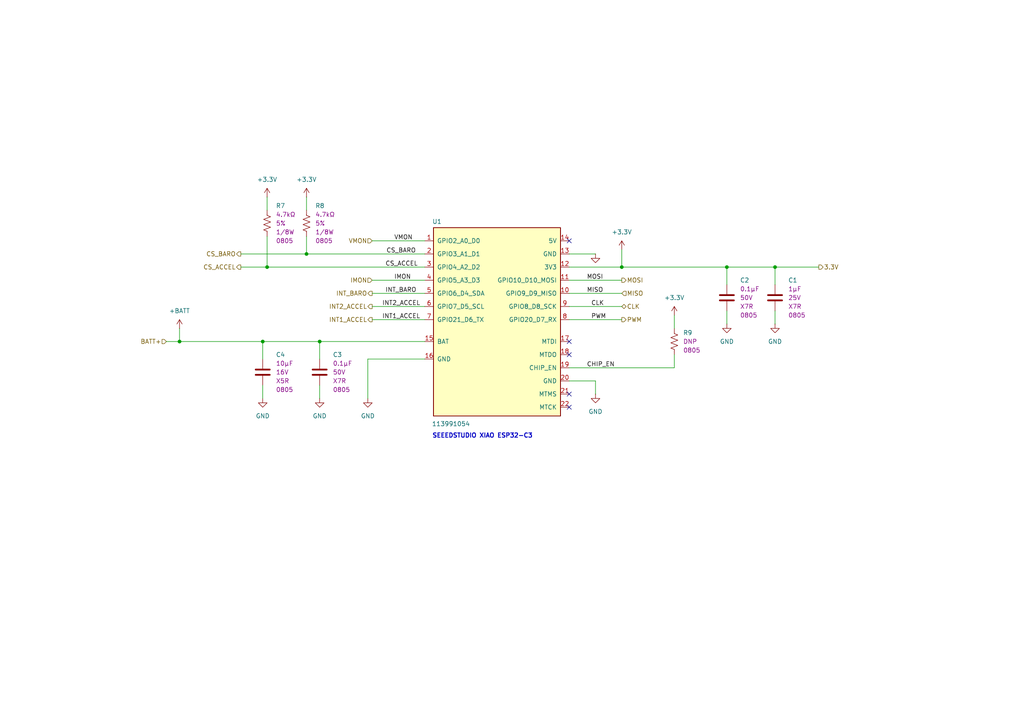
<source format=kicad_sch>
(kicad_sch (version 20231120) (generator "eeschema") (generator_version "8.0")
  (paper "A4")
  (title_block (title "Radillon") (date "2025-01-29") (rev "1"))
  (lib_symbols
    (symbol "Capacitors_MLCC:CL21B104KBCNNNC" (pin_numbers hide) (pin_names (offset 0.254) hide)
      (property "Reference" "C" (at 4.826 4.318 0))
      (property "Capacitance" "0.1µF" (at 4.826 2.286 0))
      (property "Rated Voltage" "50V" (at 4.826 0 0))
      (property "Temperature Coefficient" "X7R" (at 4.826 -2.032 0))
      (property "Package" "0805" (at 4.826 -4.064 0))
      (symbol "CL21B104KBCNNNC_0_1"
        (polyline (pts (xy -2.032 -0.762) (xy 2.032 -0.762)) (stroke (width 0.508)))
        (polyline (pts (xy -2.032 0.762) (xy 2.032 0.762)) (stroke (width 0.508)))
      )
      (symbol "CL21B104KBCNNNC_1_1"
        (pin passive line (at 0 3.81 270) (length 2.794) (name "~") (number "1"))
        (pin passive line (at 0 -3.81 90) (length 2.794) (name "~") (number "2"))
      )
    )
    (symbol "Capacitors_MLCC:CL21B105KAFNNNE" (pin_numbers hide) (pin_names (offset 0.254) hide)
      (property "Reference" "C" (at 4.826 4.318 0))
      (property "Capacitance" "1µF" (at 4.826 2.286 0))
      (property "Rated Voltage" "25V" (at 4.826 0 0))
      (property "Temperature Coefficient" "X7R" (at 4.826 -2.032 0))
      (property "Package" "0805" (at 4.826 -4.064 0))
      (symbol "CL21B105KAFNNNE_0_1"
        (polyline (pts (xy -2.032 -0.762) (xy 2.032 -0.762)) (stroke (width 0.508)))
        (polyline (pts (xy -2.032 0.762) (xy 2.032 0.762)) (stroke (width 0.508)))
      )
      (symbol "CL21B105KAFNNNE_1_1"
        (pin passive line (at 0 3.81 270) (length 2.794) (name "~") (number "1"))
        (pin passive line (at 0 -3.81 90) (length 2.794) (name "~") (number "2"))
      )
    )
    (symbol "Capacitors_MLCC:GRM21BR61C106KE15K" (pin_numbers hide) (pin_names (offset 0.254) hide)
      (property "Reference" "C" (at 4.826 4.318 0))
      (property "Capacitance" "10µF" (at 4.826 2.286 0))
      (property "Rated Voltage" "16V" (at 4.826 0 0))
      (property "Temperature Coefficient" "X5R" (at 4.826 -2.032 0))
      (property "Package" "0805" (at 4.826 -4.064 0))
      (symbol "GRM21BR61C106KE15K_0_1"
        (polyline (pts (xy -2.032 -0.762) (xy 2.032 -0.762)) (stroke (width 0.508)))
        (polyline (pts (xy -2.032 0.762) (xy 2.032 0.762)) (stroke (width 0.508)))
      )
      (symbol "GRM21BR61C106KE15K_1_1"
        (pin passive line (at 0 3.81 270) (length 2.794) (name "~") (number "1"))
        (pin passive line (at 0 -3.81 90) (length 2.794) (name "~") (number "2"))
      )
    )
    (symbol "MCU_SeeedStudio_XIAO:XIAO-ESP32-C3-SMD" (pin_names (offset 1.016))
      (property "Reference" "U" (at -17.272 17.018 0))
      (property "Value" "113991054" (at -12.7 -41.148 0))
      (symbol "XIAO-ESP32-C3-SMD_1_1"
        (rectangle (start -17.78 15.24) (end 19.05 -39.37) (stroke (width 0.254)) (fill (type background)))
        (pin passive line (at -20.32 11.43 0) (length 2.54) (name "GPIO2_A0_D0") (number "1"))
        (pin passive line (at 21.59 -3.81 180) (length 2.54) (name "GPIO9_D9_MISO") (number "10"))
        (pin passive line (at 21.59 0 180) (length 2.54) (name "GPIO10_D10_MOSI") (number "11"))
        (pin passive line (at 21.59 3.81 180) (length 2.54) (name "3V3") (number "12"))
        (pin passive line (at 21.59 7.62 180) (length 2.54) (name "GND") (number "13"))
        (pin passive line (at 21.59 11.43 180) (length 2.54) (name "5V") (number "14"))
        (pin passive line (at -20.32 -17.78 0) (length 2.54) (name "BAT") (number "15"))
        (pin passive line (at -20.32 -22.86 0) (length 2.54) (name "GND") (number "16"))
        (pin passive line (at 21.59 -17.78 180) (length 2.54) (name "MTDI") (number "17"))
        (pin passive line (at 21.59 -21.59 180) (length 2.54) (name "MTDO") (number "18"))
        (pin passive line (at 21.59 -25.4 180) (length 2.54) (name "CHIP_EN") (number "19"))
        (pin passive line (at -20.32 7.62 0) (length 2.54) (name "GPIO3_A1_D1") (number "2"))
        (pin passive line (at 21.59 -29.21 180) (length 2.54) (name "GND") (number "20"))
        (pin passive line (at 21.59 -33.02 180) (length 2.54) (name "MTMS") (number "21"))
        (pin passive line (at 21.59 -36.83 180) (length 2.54) (name "MTCK") (number "22"))
        (pin passive line (at -20.32 3.81 0) (length 2.54) (name "GPIO4_A2_D2") (number "3"))
        (pin passive line (at -20.32 0 0) (length 2.54) (name "GPIO5_A3_D3") (number "4"))
        (pin passive line (at -20.32 -3.81 0) (length 2.54) (name "GPIO6_D4_SDA") (number "5"))
        (pin passive line (at -20.32 -7.62 0) (length 2.54) (name "GPIO7_D5_SCL") (number "6"))
        (pin passive line (at -20.32 -11.43 0) (length 2.54) (name "GPIO21_D6_TX") (number "7"))
        (pin passive line (at 21.59 -11.43 180) (length 2.54) (name "GPIO20_D7_RX") (number "8"))
        (pin passive line (at 21.59 -7.62 180) (length 2.54) (name "GPIO8_D8_SCK") (number "9"))
      )
    )
    (symbol "Resistors:DNP_0805" (pin_numbers hide) (pin_names (offset 1.016) hide)
      (property "Reference" "R" (at 2.54 3.556 0))
      (property "Resistance" "DNP" (at 2.54 2.032 0))
      (property "Package" "0805" (at 2.54 -3.048 0))
      (symbol "DNP_0805_0_1"
        (polyline (pts (xy 0 -2.286) (xy 0 -2.54)))
        (polyline (pts (xy 0 2.286) (xy 0 2.54)))
        (polyline (pts (xy 0 -0.762) (xy 1.016 -1.143) (xy 0 -1.524) (xy -1.016 -1.905) (xy 0 -2.286)))
        (polyline (pts (xy 0 0.762) (xy 1.016 0.381) (xy 0 0) (xy -1.016 -0.381) (xy 0 -0.762)))
        (polyline (pts (xy 0 2.286) (xy 1.016 1.905) (xy 0 1.524) (xy -1.016 1.143) (xy 0 0.762)))
      )
      (symbol "DNP_0805_1_1"
        (pin passive line (at 0 3.81 270) (length 1.27) (name "~") (number "1"))
        (pin passive line (at 0 -3.81 90) (length 1.27) (name "~") (number "2"))
      )
    )
    (symbol "Resistors:RMCF0805JT4K70" (pin_numbers hide) (pin_names (offset 1.016) hide)
      (property "Reference" "R" (at 2.54 3.556 0))
      (property "Resistance" "4.7kΩ" (at 2.54 2.032 0))
      (property "Tolerance" "5%" (at 2.54 0 0))
      (property "Power" "1/8W" (at 2.54 -2.032 0))
      (property "Package" "0805" (at 2.54 -4.064 0))
      (symbol "RMCF0805JT4K70_0_1"
        (polyline (pts (xy 0 -2.286) (xy 0 -2.54)))
        (polyline (pts (xy 0 2.286) (xy 0 2.54)))
        (polyline (pts (xy 0 -0.762) (xy 1.016 -1.143) (xy 0 -1.524) (xy -1.016 -1.905) (xy 0 -2.286)))
        (polyline (pts (xy 0 0.762) (xy 1.016 0.381) (xy 0 0) (xy -1.016 -0.381) (xy 0 -0.762)))
        (polyline (pts (xy 0 2.286) (xy 1.016 1.905) (xy 0 1.524) (xy -1.016 1.143) (xy 0 0.762)))
      )
      (symbol "RMCF0805JT4K70_1_1"
        (pin passive line (at 0 3.81 270) (length 1.27) (name "~") (number "1"))
        (pin passive line (at 0 -3.81 90) (length 1.27) (name "~") (number "2"))
      )
    )
    (symbol "power:+3.3V" (power) (pin_numbers hide) (pin_names (offset 0) hide)
      (property "Value" "+3.3V" (at 0 3.556 0))
      (symbol "+3.3V_0_1"
        (polyline (pts (xy -0.762 1.27) (xy 0 2.54)))
        (polyline (pts (xy 0 0) (xy 0 2.54)))
        (polyline (pts (xy 0 2.54) (xy 0.762 1.27)))
      )
      (symbol "+3.3V_1_1"
        (pin power_in line (at 0 0 90) (length 0) (name "~") (number "1"))
      )
    )
    (symbol "power:+BATT" (power) (pin_numbers hide) (pin_names (offset 0) hide)
      (property "Value" "+BATT" (at 0 3.556 0))
      (symbol "+BATT_0_1"
        (polyline (pts (xy -0.762 1.27) (xy 0 2.54)))
        (polyline (pts (xy 0 0) (xy 0 2.54)))
        (polyline (pts (xy 0 2.54) (xy 0.762 1.27)))
      )
      (symbol "+BATT_1_1"
        (pin power_in line (at 0 0 90) (length 0) (name "~") (number "1"))
      )
    )
    (symbol "power:GND" (power) (pin_numbers hide) (pin_names (offset 0) hide)
      (property "Value" "GND" (at 0 -3.81 0))
      (symbol "GND_0_1"
        (polyline (pts (xy 0 0) (xy 0 -1.27) (xy 1.27 -1.27) (xy 0 -2.54) (xy -1.27 -1.27) (xy 0 -1.27)))
      )
      (symbol "GND_1_1"
        (pin power_in line (at 0 0 270) (length 0) (name "~") (number "1"))
      )
    )
  )
  (junction (at 210.82 77.47))
  (junction (at 180.34 77.47))
  (junction (at 76.2 99.06))
  (junction (at 88.9 73.66))
  (junction (at 92.71 99.06))
  (junction (at 77.47 77.47))
  (junction (at 52.07 99.06))
  (junction (at 224.79 77.47))
  (no_connect (at 165.1 69.85))
  (no_connect (at 165.1 99.06))
  (no_connect (at 165.1 118.11))
  (no_connect (at 165.1 114.3))
  (no_connect (at 165.1 102.87))
  (wire (pts (xy 195.58 102.87) (xy 195.58 106.68)))
  (wire (pts (xy 77.47 68.58) (xy 77.47 77.47)))
  (wire (pts (xy 92.71 99.06) (xy 92.71 104.14)))
  (wire (pts (xy 195.58 91.44) (xy 195.58 95.25)))
  (wire (pts (xy 224.79 77.47) (xy 237.49 77.47)))
  (wire (pts (xy 106.68 104.14) (xy 123.19 104.14)))
  (wire (pts (xy 52.07 95.25) (xy 52.07 99.06)))
  (wire (pts (xy 77.47 77.47) (xy 123.19 77.47)))
  (wire (pts (xy 107.95 92.71) (xy 123.19 92.71)))
  (wire (pts (xy 165.1 106.68) (xy 195.58 106.68)))
  (wire (pts (xy 165.1 88.9) (xy 180.34 88.9)))
  (wire (pts (xy 180.34 72.39) (xy 180.34 77.47)))
  (wire (pts (xy 165.1 81.28) (xy 180.34 81.28)))
  (wire (pts (xy 210.82 77.47) (xy 224.79 77.47)))
  (wire (pts (xy 76.2 99.06) (xy 92.71 99.06)))
  (wire (pts (xy 210.82 77.47) (xy 210.82 82.55)))
  (wire (pts (xy 165.1 77.47) (xy 180.34 77.47)))
  (wire (pts (xy 77.47 57.15) (xy 77.47 60.96)))
  (wire (pts (xy 76.2 111.76) (xy 76.2 115.57)))
  (wire (pts (xy 52.07 99.06) (xy 76.2 99.06)))
  (wire (pts (xy 180.34 77.47) (xy 210.82 77.47)))
  (wire (pts (xy 48.26 99.06) (xy 52.07 99.06)))
  (wire (pts (xy 76.2 99.06) (xy 76.2 104.14)))
  (wire (pts (xy 210.82 90.17) (xy 210.82 93.98)))
  (wire (pts (xy 107.95 81.28) (xy 123.19 81.28)))
  (wire (pts (xy 224.79 90.17) (xy 224.79 93.98)))
  (wire (pts (xy 165.1 110.49) (xy 172.72 110.49)))
  (wire (pts (xy 92.71 99.06) (xy 123.19 99.06)))
  (wire (pts (xy 88.9 73.66) (xy 123.19 73.66)))
  (wire (pts (xy 172.72 110.49) (xy 172.72 114.3)))
  (wire (pts (xy 107.95 88.9) (xy 123.19 88.9)))
  (wire (pts (xy 165.1 92.71) (xy 180.34 92.71)))
  (wire (pts (xy 165.1 73.66) (xy 172.72 73.66)))
  (wire (pts (xy 107.95 69.85) (xy 123.19 69.85)))
  (wire (pts (xy 107.95 85.09) (xy 123.19 85.09)))
  (wire (pts (xy 69.85 77.47) (xy 77.47 77.47)))
  (wire (pts (xy 88.9 57.15) (xy 88.9 60.96)))
  (wire (pts (xy 224.79 77.47) (xy 224.79 82.55)))
  (wire (pts (xy 106.68 115.57) (xy 106.68 104.14)))
  (wire (pts (xy 165.1 85.09) (xy 180.34 85.09)))
  (wire (pts (xy 88.9 68.58) (xy 88.9 73.66)))
  (wire (pts (xy 92.71 111.76) (xy 92.71 115.57)))
  (wire (pts (xy 69.85 73.66) (xy 88.9 73.66)))
  (text "SEEEDSTUDIO XIAO ESP32-C3\n" (at 139.954 126.492 0) (effects (font (size 1.27 1.27) (thickness 0.254) (bold yes))))
  (label "PWM" (at 171.45 92.71 0))
  (label "INT1_ACCEL" (at 121.92 92.71 180))
  (label "INT2_ACCEL" (at 121.92 88.9 180))
  (label "CLK" (at 171.45 88.9 0))
  (label "CS_ACCEL" (at 111.76 77.47 0))
  (label "VMON" (at 114.3 69.85 0))
  (label "INT_BARO" (at 111.76 85.09 0))
  (label "CS_BARO" (at 120.65 73.66 180))
  (label "CHIP_EN" (at 170.18 106.68 0))
  (label "MOSI" (at 170.18 81.28 0))
  (label "MISO" (at 170.18 85.09 0))
  (label "IMON" (at 114.3 81.28 0))
  (hierarchical_label "MISO" (shape input) (at 180.34 85.09 0))
  (hierarchical_label "IMON" (shape input) (at 107.95 81.28 180))
  (hierarchical_label "CS_BARO" (shape output) (at 69.85 73.66 180))
  (hierarchical_label "3.3V" (shape output) (at 237.49 77.47 0))
  (hierarchical_label "CLK" (shape bidirectional) (at 180.34 88.9 0))
  (hierarchical_label "INT_BARO" (shape output) (at 107.95 85.09 180))
  (hierarchical_label "INT1_ACCEL" (shape output) (at 107.95 92.71 180))
  (hierarchical_label "MOSI" (shape output) (at 180.34 81.28 0))
  (hierarchical_label "BATT+" (shape input) (at 48.26 99.06 180))
  (hierarchical_label "CS_ACCEL" (shape output) (at 69.85 77.47 180))
  (hierarchical_label "INT2_ACCEL" (shape output) (at 107.95 88.9 180))
  (hierarchical_label "VMON" (shape input) (at 107.95 69.85 180))
  (hierarchical_label "PWM" (shape output) (at 180.34 92.71 0))
  (symbol (lib_id "Resistors:DNP_0805") (at 195.58 99.06 0) (unit 1)
    (property "Reference" "R9" (at 198.12 96.5199 0) (effects (justify left)))
    (property "Value" "DNP 0805" (effects (hide yes)))
    (property "Footprint" "Resistor_SMD:R_0805_2012Metric_Pad1.20x1.40mm_HandSolder" (effects (hide yes)))
    (property "Description" "Res 0805 Do Not Populate" (effects (hide yes)))
    (property "PARTREV" "V.12" (effects (hide yes)))
    (property "STANDARD" "IPC 7351B" (effects (hide yes)))
    (property "MAXIMUM_PACKAGE_HEIGHT" "0.6 mm" (effects (hide yes)))
    (property "MANUFACTURER" "Yageo" (effects (hide yes)))
    (property "Resistance" "DNP" (at 198.12 99.0599 0) (effects (justify left)))
    (property "Tolerance" "-" (effects (hide yes)))
    (property "Power" "1/8W" (effects (hide yes)))
    (property "Package" "0805" (at 198.12 101.5999 0) (effects (justify left)))
  )
  (symbol (lib_id "Resistors:RMCF0805JT4K70") (at 77.47 64.77 0) (unit 1)
    (property "Reference" "R7" (at 80.01 59.6899 0) (effects (justify left)))
    (property "Value" "RMCF0805JT4K70" (effects (hide yes)))
    (property "Footprint" "Resistor_SMD:R_0805_2012Metric_Pad1.20x1.40mm_HandSolder" (effects (hide yes)))
    (property "Description" "RES 4.7K OHM 5% 1/8W 0805" (effects (hide yes)))
    (property "PARTREV" "V.12" (effects (hide yes)))
    (property "STANDARD" "IPC 7351B" (effects (hide yes)))
    (property "MAXIMUM_PACKAGE_HEIGHT" "0.6 mm" (effects (hide yes)))
    (property "MANUFACTURER" "Yageo" (effects (hide yes)))
    (property "Resistance" "4.7kΩ" (at 80.01 62.2299 0) (effects (justify left)))
    (property "Tolerance" "5%" (at 80.01 64.7699 0) (effects (justify left)))
    (property "Power" "1/8W" (at 80.01 67.3099 0) (effects (justify left)))
    (property "Package" "0805" (at 80.01 69.8499 0) (effects (justify left)))
  )
  (symbol (lib_id "power:+BATT") (at 52.07 95.25 0) (unit 1)
    (property "Reference" "#PWR011" (effects (hide yes)))
    (property "Value" "+BATT" (at 52.07 90.17 0))
    (property "Description" "Power symbol creates a global label with name \"+BATT\"" (effects (hide yes)))
  )
  (symbol (lib_id "Resistors:RMCF0805JT4K70") (at 88.9 64.77 0) (unit 1)
    (property "Reference" "R8" (at 91.44 59.6899 0) (effects (justify left)))
    (property "Value" "RMCF0805JT4K70" (effects (hide yes)))
    (property "Footprint" "Resistor_SMD:R_0805_2012Metric_Pad1.20x1.40mm_HandSolder" (effects (hide yes)))
    (property "Description" "RES 4.7K OHM 5% 1/8W 0805" (effects (hide yes)))
    (property "PARTREV" "V.12" (effects (hide yes)))
    (property "STANDARD" "IPC 7351B" (effects (hide yes)))
    (property "MAXIMUM_PACKAGE_HEIGHT" "0.6 mm" (effects (hide yes)))
    (property "MANUFACTURER" "Yageo" (effects (hide yes)))
    (property "Resistance" "4.7kΩ" (at 91.44 62.2299 0) (effects (justify left)))
    (property "Tolerance" "5%" (at 91.44 64.7699 0) (effects (justify left)))
    (property "Power" "1/8W" (at 91.44 67.3099 0) (effects (justify left)))
    (property "Package" "0805" (at 91.44 69.8499 0) (effects (justify left)))
  )
  (symbol (lib_id "power:GND") (at 172.72 73.66 0) (unit 1)
    (property "Reference" "#PWR06" (effects (hide yes)))
    (property "Value" "GND" (effects (hide yes)))
    (property "Description" "Power symbol creates a global label with name \"GND\" , ground" (effects (hide yes)))
  )
  (symbol (lib_id "Capacitors_MLCC:CL21B105KAFNNNE") (at 224.79 86.36 0) (unit 1)
    (property "Reference" "C1" (at 228.6 81.2799 0) (effects (justify left)))
    (property "Value" "CL21B105KAFNNNE" (effects (hide yes)))
    (property "Footprint" "Capacitor_SMD:C_0805_2012Metric_Pad1.18x1.45mm_HandSolder" (effects (hide yes)))
    (property "Description" "CAP CER 1UF 25V X7R 0805" (effects (hide yes)))
    (property "Capacitance" "1µF" (at 228.6 83.8199 0) (effects (justify left)))
    (property "Rated Voltage" "25V" (at 228.6 86.3599 0) (effects (justify left)))
    (property "Temperature Coefficient" "X7R" (at 228.6 88.8999 0) (effects (justify left)))
    (property "Package" "0805" (at 228.6 91.4399 0) (effects (justify left)))
  )
  (symbol (lib_id "MCU_SeeedStudio_XIAO:XIAO-ESP32-C3-SMD") (at 143.51 81.28 0) (unit 1)
    (property "Reference" "U1" (at 126.746 64.262 0))
    (property "Value" "113991054" (at 130.81 122.936 0))
    (property "Footprint" "SeeedStudio:XIAO-ESP32C3-SMD" (effects (hide yes)))
    (property "Description" "SEEEDSTUDIO XIAO ESP32C3 NO HDRS" (effects (hide yes)))
    (property "Other Name" "XIAO-ESP32-C3-SMD" (effects (hide yes)))
  )
  (symbol (lib_id "power:+3.3V") (at 77.47 57.15 0) (unit 1)
    (property "Reference" "#PWR07" (effects (hide yes)))
    (property "Value" "+3.3V" (at 77.47 52.07 0))
    (property "Description" "Power symbol creates a global label with name \"+3.3V\"" (effects (hide yes)))
  )
  (symbol (lib_id "power:GND") (at 76.2 115.57 0) (unit 1)
    (property "Reference" "#PWR012" (effects (hide yes)))
    (property "Value" "GND" (at 76.2 120.65 0))
    (property "Description" "Power symbol creates a global label with name \"GND\" , ground" (effects (hide yes)))
  )
  (symbol (lib_id "Capacitors_MLCC:GRM21BR61C106KE15K") (at 76.2 107.95 0) (unit 1)
    (property "Reference" "C4" (at 80.01 102.8699 0) (effects (justify left)))
    (property "Value" "GRM21BR61C106KE15K" (effects (hide yes)))
    (property "Footprint" "Capacitor_SMD:C_0805_2012Metric_Pad1.18x1.45mm_HandSolder" (effects (hide yes)))
    (property "Description" "CAP CER 10UF 16V X5R 0805" (effects (hide yes)))
    (property "Capacitance" "10µF" (at 80.01 105.4099 0) (effects (justify left)))
    (property "Rated Voltage" "16V" (at 80.01 107.9499 0) (effects (justify left)))
    (property "Temperature Coefficient" "X5R" (at 80.01 110.4899 0) (effects (justify left)))
    (property "Package" "0805" (at 80.01 113.0299 0) (effects (justify left)))
  )
  (symbol (lib_id "power:GND") (at 92.71 115.57 0) (unit 1)
    (property "Reference" "#PWR013" (effects (hide yes)))
    (property "Value" "GND" (at 92.71 120.65 0))
    (property "Description" "Power symbol creates a global label with name \"GND\" , ground" (effects (hide yes)))
  )
  (symbol (lib_id "power:GND") (at 106.68 115.57 0) (unit 1)
    (property "Reference" "#PWR04" (effects (hide yes)))
    (property "Value" "GND" (at 106.68 120.65 0))
    (property "Description" "Power symbol creates a global label with name \"GND\" , ground" (effects (hide yes)))
  )
  (symbol (lib_id "power:GND") (at 210.82 93.98 0) (unit 1)
    (property "Reference" "#PWR09" (effects (hide yes)))
    (property "Value" "GND" (at 210.82 99.06 0))
    (property "Description" "Power symbol creates a global label with name \"GND\" , ground" (effects (hide yes)))
  )
  (symbol (lib_id "Capacitors_MLCC:CL21B104KBCNNNC") (at 92.71 107.95 0) (unit 1)
    (property "Reference" "C3" (at 96.52 102.8699 0) (effects (justify left)))
    (property "Value" "CL21B104KBCNNNC" (effects (hide yes)))
    (property "Footprint" "Capacitor_SMD:C_0805_2012Metric_Pad1.18x1.45mm_HandSolder" (effects (hide yes)))
    (property "Description" "CAP CER 0.1UF 50V X7R 0805" (effects (hide yes)))
    (property "Capacitance" "0.1µF" (at 96.52 105.4099 0) (effects (justify left)))
    (property "Rated Voltage" "50V" (at 96.52 107.9499 0) (effects (justify left)))
    (property "Temperature Coefficient" "X7R" (at 96.52 110.4899 0) (effects (justify left)))
    (property "Package" "0805" (at 96.52 113.0299 0) (effects (justify left)))
  )
  (symbol (lib_id "power:+3.3V") (at 195.58 91.44 0) (unit 1)
    (property "Reference" "#PWR034" (effects (hide yes)))
    (property "Value" "+3.3V" (at 195.58 86.36 0))
    (property "Description" "Power symbol creates a global label with name \"+3.3V\"" (effects (hide yes)))
  )
  (symbol (lib_id "power:GND") (at 224.79 93.98 0) (unit 1)
    (property "Reference" "#PWR010" (effects (hide yes)))
    (property "Value" "GND" (at 224.79 99.06 0))
    (property "Description" "Power symbol creates a global label with name \"GND\" , ground" (effects (hide yes)))
  )
  (symbol (lib_id "power:GND") (at 172.72 114.3 0) (unit 1)
    (property "Reference" "#PWR08" (effects (hide yes)))
    (property "Value" "GND" (at 172.72 119.38 0))
    (property "Description" "Power symbol creates a global label with name \"GND\" , ground" (effects (hide yes)))
  )
  (symbol (lib_id "power:+3.3V") (at 88.9 57.15 0) (unit 1)
    (property "Reference" "#PWR030" (effects (hide yes)))
    (property "Value" "+3.3V" (at 88.9 52.07 0))
    (property "Description" "Power symbol creates a global label with name \"+3.3V\"" (effects (hide yes)))
  )
  (symbol (lib_id "power:+3.3V") (at 180.34 72.39 0) (unit 1)
    (property "Reference" "#PWR03" (effects (hide yes)))
    (property "Value" "+3.3V" (at 180.34 67.31 0))
    (property "Description" "Power symbol creates a global label with name \"+3.3V\"" (effects (hide yes)))
  )
  (symbol (lib_id "Capacitors_MLCC:CL21B104KBCNNNC") (at 210.82 86.36 0) (unit 1)
    (property "Reference" "C2" (at 214.63 81.2799 0) (effects (justify left)))
    (property "Value" "CL21B104KBCNNNC" (effects (hide yes)))
    (property "Footprint" "Capacitor_SMD:C_0805_2012Metric_Pad1.18x1.45mm_HandSolder" (effects (hide yes)))
    (property "Description" "CAP CER 0.1UF 50V X7R 0805" (effects (hide yes)))
    (property "Capacitance" "0.1µF" (at 214.63 83.8199 0) (effects (justify left)))
    (property "Rated Voltage" "50V" (at 214.63 86.3599 0) (effects (justify left)))
    (property "Temperature Coefficient" "X7R" (at 214.63 88.8999 0) (effects (justify left)))
    (property "Package" "0805" (at 214.63 91.4399 0) (effects (justify left)))
  )
)
</source>
